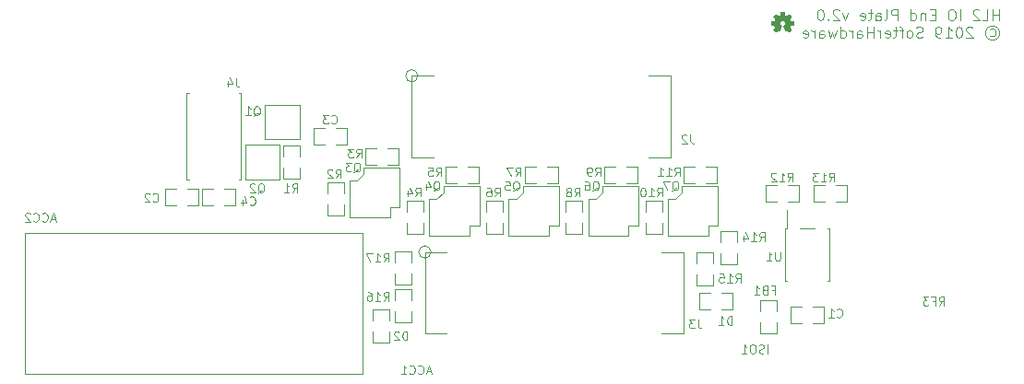
<source format=gbo>
G04 #@! TF.GenerationSoftware,KiCad,Pcbnew,5.0.2-bee76a0~70~ubuntu16.04.1*
G04 #@! TF.CreationDate,2019-12-01T15:03:48-08:00*
G04 #@! TF.ProjectId,endcap,656e6463-6170-42e6-9b69-6361645f7063,2.0*
G04 #@! TF.SameCoordinates,PX2faf080PY2faf080*
G04 #@! TF.FileFunction,Legend,Bot*
G04 #@! TF.FilePolarity,Positive*
%FSLAX46Y46*%
G04 Gerber Fmt 4.6, Leading zero omitted, Abs format (unit mm)*
G04 Created by KiCad (PCBNEW 5.0.2-bee76a0~70~ubuntu16.04.1) date Sun 01 Dec 2019 03:03:48 PM PST*
%MOMM*%
%LPD*%
G01*
G04 APERTURE LIST*
%ADD10C,0.120000*%
%ADD11C,0.100000*%
%ADD12C,0.002540*%
G04 APERTURE END LIST*
D10*
X96983904Y-4942380D02*
X96983904Y-3942380D01*
X96983904Y-4418571D02*
X96412476Y-4418571D01*
X96412476Y-4942380D02*
X96412476Y-3942380D01*
X95460095Y-4942380D02*
X95936285Y-4942380D01*
X95936285Y-3942380D01*
X95174380Y-4037619D02*
X95126761Y-3990000D01*
X95031523Y-3942380D01*
X94793428Y-3942380D01*
X94698190Y-3990000D01*
X94650571Y-4037619D01*
X94602952Y-4132857D01*
X94602952Y-4228095D01*
X94650571Y-4370952D01*
X95222000Y-4942380D01*
X94602952Y-4942380D01*
X93412476Y-4942380D02*
X93412476Y-3942380D01*
X92745809Y-3942380D02*
X92555333Y-3942380D01*
X92460095Y-3990000D01*
X92364857Y-4085238D01*
X92317238Y-4275714D01*
X92317238Y-4609047D01*
X92364857Y-4799523D01*
X92460095Y-4894761D01*
X92555333Y-4942380D01*
X92745809Y-4942380D01*
X92841047Y-4894761D01*
X92936285Y-4799523D01*
X92983904Y-4609047D01*
X92983904Y-4275714D01*
X92936285Y-4085238D01*
X92841047Y-3990000D01*
X92745809Y-3942380D01*
X91126761Y-4418571D02*
X90793428Y-4418571D01*
X90650571Y-4942380D02*
X91126761Y-4942380D01*
X91126761Y-3942380D01*
X90650571Y-3942380D01*
X90222000Y-4275714D02*
X90222000Y-4942380D01*
X90222000Y-4370952D02*
X90174380Y-4323333D01*
X90079142Y-4275714D01*
X89936285Y-4275714D01*
X89841047Y-4323333D01*
X89793428Y-4418571D01*
X89793428Y-4942380D01*
X88888666Y-4942380D02*
X88888666Y-3942380D01*
X88888666Y-4894761D02*
X88983904Y-4942380D01*
X89174380Y-4942380D01*
X89269619Y-4894761D01*
X89317238Y-4847142D01*
X89364857Y-4751904D01*
X89364857Y-4466190D01*
X89317238Y-4370952D01*
X89269619Y-4323333D01*
X89174380Y-4275714D01*
X88983904Y-4275714D01*
X88888666Y-4323333D01*
X87650571Y-4942380D02*
X87650571Y-3942380D01*
X87269619Y-3942380D01*
X87174380Y-3990000D01*
X87126761Y-4037619D01*
X87079142Y-4132857D01*
X87079142Y-4275714D01*
X87126761Y-4370952D01*
X87174380Y-4418571D01*
X87269619Y-4466190D01*
X87650571Y-4466190D01*
X86507714Y-4942380D02*
X86602952Y-4894761D01*
X86650571Y-4799523D01*
X86650571Y-3942380D01*
X85698190Y-4942380D02*
X85698190Y-4418571D01*
X85745809Y-4323333D01*
X85841047Y-4275714D01*
X86031523Y-4275714D01*
X86126761Y-4323333D01*
X85698190Y-4894761D02*
X85793428Y-4942380D01*
X86031523Y-4942380D01*
X86126761Y-4894761D01*
X86174380Y-4799523D01*
X86174380Y-4704285D01*
X86126761Y-4609047D01*
X86031523Y-4561428D01*
X85793428Y-4561428D01*
X85698190Y-4513809D01*
X85364857Y-4275714D02*
X84983904Y-4275714D01*
X85222000Y-3942380D02*
X85222000Y-4799523D01*
X85174380Y-4894761D01*
X85079142Y-4942380D01*
X84983904Y-4942380D01*
X84269619Y-4894761D02*
X84364857Y-4942380D01*
X84555333Y-4942380D01*
X84650571Y-4894761D01*
X84698190Y-4799523D01*
X84698190Y-4418571D01*
X84650571Y-4323333D01*
X84555333Y-4275714D01*
X84364857Y-4275714D01*
X84269619Y-4323333D01*
X84222000Y-4418571D01*
X84222000Y-4513809D01*
X84698190Y-4609047D01*
X83126761Y-4275714D02*
X82888666Y-4942380D01*
X82650571Y-4275714D01*
X82317238Y-4037619D02*
X82269619Y-3990000D01*
X82174380Y-3942380D01*
X81936285Y-3942380D01*
X81841047Y-3990000D01*
X81793428Y-4037619D01*
X81745809Y-4132857D01*
X81745809Y-4228095D01*
X81793428Y-4370952D01*
X82364857Y-4942380D01*
X81745809Y-4942380D01*
X81317238Y-4847142D02*
X81269619Y-4894761D01*
X81317238Y-4942380D01*
X81364857Y-4894761D01*
X81317238Y-4847142D01*
X81317238Y-4942380D01*
X80650571Y-3942380D02*
X80555333Y-3942380D01*
X80460095Y-3990000D01*
X80412476Y-4037619D01*
X80364857Y-4132857D01*
X80317238Y-4323333D01*
X80317238Y-4561428D01*
X80364857Y-4751904D01*
X80412476Y-4847142D01*
X80460095Y-4894761D01*
X80555333Y-4942380D01*
X80650571Y-4942380D01*
X80745809Y-4894761D01*
X80793428Y-4847142D01*
X80841047Y-4751904D01*
X80888666Y-4561428D01*
X80888666Y-4323333D01*
X80841047Y-4132857D01*
X80793428Y-4037619D01*
X80745809Y-3990000D01*
X80650571Y-3942380D01*
X96174380Y-5800476D02*
X96269619Y-5752857D01*
X96460095Y-5752857D01*
X96555333Y-5800476D01*
X96650571Y-5895714D01*
X96698190Y-5990952D01*
X96698190Y-6181428D01*
X96650571Y-6276666D01*
X96555333Y-6371904D01*
X96460095Y-6419523D01*
X96269619Y-6419523D01*
X96174380Y-6371904D01*
X96364857Y-5419523D02*
X96602952Y-5467142D01*
X96841047Y-5610000D01*
X96983904Y-5848095D01*
X97031523Y-6086190D01*
X96983904Y-6324285D01*
X96841047Y-6562380D01*
X96602952Y-6705238D01*
X96364857Y-6752857D01*
X96126761Y-6705238D01*
X95888666Y-6562380D01*
X95745809Y-6324285D01*
X95698190Y-6086190D01*
X95745809Y-5848095D01*
X95888666Y-5610000D01*
X96126761Y-5467142D01*
X96364857Y-5419523D01*
X94555333Y-5657619D02*
X94507714Y-5610000D01*
X94412476Y-5562380D01*
X94174380Y-5562380D01*
X94079142Y-5610000D01*
X94031523Y-5657619D01*
X93983904Y-5752857D01*
X93983904Y-5848095D01*
X94031523Y-5990952D01*
X94602952Y-6562380D01*
X93983904Y-6562380D01*
X93364857Y-5562380D02*
X93269619Y-5562380D01*
X93174380Y-5610000D01*
X93126761Y-5657619D01*
X93079142Y-5752857D01*
X93031523Y-5943333D01*
X93031523Y-6181428D01*
X93079142Y-6371904D01*
X93126761Y-6467142D01*
X93174380Y-6514761D01*
X93269619Y-6562380D01*
X93364857Y-6562380D01*
X93460095Y-6514761D01*
X93507714Y-6467142D01*
X93555333Y-6371904D01*
X93602952Y-6181428D01*
X93602952Y-5943333D01*
X93555333Y-5752857D01*
X93507714Y-5657619D01*
X93460095Y-5610000D01*
X93364857Y-5562380D01*
X92079142Y-6562380D02*
X92650571Y-6562380D01*
X92364857Y-6562380D02*
X92364857Y-5562380D01*
X92460095Y-5705238D01*
X92555333Y-5800476D01*
X92650571Y-5848095D01*
X91602952Y-6562380D02*
X91412476Y-6562380D01*
X91317238Y-6514761D01*
X91269619Y-6467142D01*
X91174380Y-6324285D01*
X91126761Y-6133809D01*
X91126761Y-5752857D01*
X91174380Y-5657619D01*
X91222000Y-5610000D01*
X91317238Y-5562380D01*
X91507714Y-5562380D01*
X91602952Y-5610000D01*
X91650571Y-5657619D01*
X91698190Y-5752857D01*
X91698190Y-5990952D01*
X91650571Y-6086190D01*
X91602952Y-6133809D01*
X91507714Y-6181428D01*
X91317238Y-6181428D01*
X91222000Y-6133809D01*
X91174380Y-6086190D01*
X91126761Y-5990952D01*
X89983904Y-6514761D02*
X89841047Y-6562380D01*
X89602952Y-6562380D01*
X89507714Y-6514761D01*
X89460095Y-6467142D01*
X89412476Y-6371904D01*
X89412476Y-6276666D01*
X89460095Y-6181428D01*
X89507714Y-6133809D01*
X89602952Y-6086190D01*
X89793428Y-6038571D01*
X89888666Y-5990952D01*
X89936285Y-5943333D01*
X89983904Y-5848095D01*
X89983904Y-5752857D01*
X89936285Y-5657619D01*
X89888666Y-5610000D01*
X89793428Y-5562380D01*
X89555333Y-5562380D01*
X89412476Y-5610000D01*
X88841047Y-6562380D02*
X88936285Y-6514761D01*
X88983904Y-6467142D01*
X89031523Y-6371904D01*
X89031523Y-6086190D01*
X88983904Y-5990952D01*
X88936285Y-5943333D01*
X88841047Y-5895714D01*
X88698190Y-5895714D01*
X88602952Y-5943333D01*
X88555333Y-5990952D01*
X88507714Y-6086190D01*
X88507714Y-6371904D01*
X88555333Y-6467142D01*
X88602952Y-6514761D01*
X88698190Y-6562380D01*
X88841047Y-6562380D01*
X88222000Y-5895714D02*
X87841047Y-5895714D01*
X88079142Y-6562380D02*
X88079142Y-5705238D01*
X88031523Y-5610000D01*
X87936285Y-5562380D01*
X87841047Y-5562380D01*
X87650571Y-5895714D02*
X87269619Y-5895714D01*
X87507714Y-5562380D02*
X87507714Y-6419523D01*
X87460095Y-6514761D01*
X87364857Y-6562380D01*
X87269619Y-6562380D01*
X86555333Y-6514761D02*
X86650571Y-6562380D01*
X86841047Y-6562380D01*
X86936285Y-6514761D01*
X86983904Y-6419523D01*
X86983904Y-6038571D01*
X86936285Y-5943333D01*
X86841047Y-5895714D01*
X86650571Y-5895714D01*
X86555333Y-5943333D01*
X86507714Y-6038571D01*
X86507714Y-6133809D01*
X86983904Y-6229047D01*
X86079142Y-6562380D02*
X86079142Y-5895714D01*
X86079142Y-6086190D02*
X86031523Y-5990952D01*
X85983904Y-5943333D01*
X85888666Y-5895714D01*
X85793428Y-5895714D01*
X85460095Y-6562380D02*
X85460095Y-5562380D01*
X85460095Y-6038571D02*
X84888666Y-6038571D01*
X84888666Y-6562380D02*
X84888666Y-5562380D01*
X83983904Y-6562380D02*
X83983904Y-6038571D01*
X84031523Y-5943333D01*
X84126761Y-5895714D01*
X84317238Y-5895714D01*
X84412476Y-5943333D01*
X83983904Y-6514761D02*
X84079142Y-6562380D01*
X84317238Y-6562380D01*
X84412476Y-6514761D01*
X84460095Y-6419523D01*
X84460095Y-6324285D01*
X84412476Y-6229047D01*
X84317238Y-6181428D01*
X84079142Y-6181428D01*
X83983904Y-6133809D01*
X83507714Y-6562380D02*
X83507714Y-5895714D01*
X83507714Y-6086190D02*
X83460095Y-5990952D01*
X83412476Y-5943333D01*
X83317238Y-5895714D01*
X83222000Y-5895714D01*
X82460095Y-6562380D02*
X82460095Y-5562380D01*
X82460095Y-6514761D02*
X82555333Y-6562380D01*
X82745809Y-6562380D01*
X82841047Y-6514761D01*
X82888666Y-6467142D01*
X82936285Y-6371904D01*
X82936285Y-6086190D01*
X82888666Y-5990952D01*
X82841047Y-5943333D01*
X82745809Y-5895714D01*
X82555333Y-5895714D01*
X82460095Y-5943333D01*
X82079142Y-5895714D02*
X81888666Y-6562380D01*
X81698190Y-6086190D01*
X81507714Y-6562380D01*
X81317238Y-5895714D01*
X80507714Y-6562380D02*
X80507714Y-6038571D01*
X80555333Y-5943333D01*
X80650571Y-5895714D01*
X80841047Y-5895714D01*
X80936285Y-5943333D01*
X80507714Y-6514761D02*
X80602952Y-6562380D01*
X80841047Y-6562380D01*
X80936285Y-6514761D01*
X80983904Y-6419523D01*
X80983904Y-6324285D01*
X80936285Y-6229047D01*
X80841047Y-6181428D01*
X80602952Y-6181428D01*
X80507714Y-6133809D01*
X80031523Y-6562380D02*
X80031523Y-5895714D01*
X80031523Y-6086190D02*
X79983904Y-5990952D01*
X79936285Y-5943333D01*
X79841047Y-5895714D01*
X79745809Y-5895714D01*
X79031523Y-6514761D02*
X79126761Y-6562380D01*
X79317238Y-6562380D01*
X79412476Y-6514761D01*
X79460095Y-6419523D01*
X79460095Y-6038571D01*
X79412476Y-5943333D01*
X79317238Y-5895714D01*
X79126761Y-5895714D01*
X79031523Y-5943333D01*
X78983904Y-6038571D01*
X78983904Y-6133809D01*
X79460095Y-6229047D01*
D11*
G04 #@! TO.C,R16*
X43062000Y-30692000D02*
X43062000Y-29676000D01*
X43062000Y-29676000D02*
X41538000Y-29676000D01*
X41538000Y-29676000D02*
X41538000Y-30692000D01*
X41538000Y-31708000D02*
X41538000Y-32724000D01*
X41538000Y-32724000D02*
X43062000Y-32724000D01*
X43062000Y-32724000D02*
X43062000Y-31708000D01*
G04 #@! TO.C,D2*
X41062000Y-32592000D02*
X41062000Y-31576000D01*
X41062000Y-31576000D02*
X39538000Y-31576000D01*
X39538000Y-31576000D02*
X39538000Y-32592000D01*
X39538000Y-33608000D02*
X39538000Y-34624000D01*
X39538000Y-34624000D02*
X41062000Y-34624000D01*
X41062000Y-34624000D02*
X41062000Y-33608000D01*
G04 #@! TO.C,R17*
X41538000Y-26176000D02*
X41538000Y-27192000D01*
X43062000Y-26176000D02*
X41538000Y-26176000D01*
X43062000Y-27192000D02*
X43062000Y-26176000D01*
X43062000Y-29224000D02*
X43062000Y-28208000D01*
X41538000Y-29224000D02*
X43062000Y-29224000D01*
X41538000Y-28208000D02*
X41538000Y-29224000D01*
G04 #@! TO.C,ACC2*
X7600000Y-37500000D02*
X38600000Y-37500000D01*
X38600000Y-37500000D02*
X38600000Y-24500000D01*
X38600000Y-24500000D02*
X7600000Y-24500000D01*
X7600000Y-24500000D02*
X7600000Y-37500000D01*
G04 #@! TO.C,J2*
X43659017Y-10050000D02*
G75*
G03X43659017Y-10050000I-559017J0D01*
G01*
X66850000Y-17550000D02*
X64850000Y-17550000D01*
X66850000Y-10050000D02*
X66850000Y-17550000D01*
X64850000Y-10050000D02*
X66850000Y-10050000D01*
X43100000Y-17550000D02*
X45100000Y-17550000D01*
X43100000Y-10050000D02*
X43100000Y-17550000D01*
X45100000Y-10050000D02*
X43100000Y-10050000D01*
G04 #@! TO.C,J3*
X44859017Y-26250000D02*
G75*
G03X44859017Y-26250000I-559017J0D01*
G01*
X68050000Y-33750000D02*
X66050000Y-33750000D01*
X68050000Y-26250000D02*
X68050000Y-33750000D01*
X66050000Y-26250000D02*
X68050000Y-26250000D01*
X44300000Y-33750000D02*
X46300000Y-33750000D01*
X44300000Y-26250000D02*
X44300000Y-33750000D01*
X46300000Y-26250000D02*
X44300000Y-26250000D01*
G04 #@! TO.C,R1*
X31338000Y-16476000D02*
X31338000Y-17492000D01*
X32862000Y-16476000D02*
X31338000Y-16476000D01*
X32862000Y-17492000D02*
X32862000Y-16476000D01*
X32862000Y-19524000D02*
X32862000Y-18508000D01*
X31338000Y-19524000D02*
X32862000Y-19524000D01*
X31338000Y-18508000D02*
X31338000Y-19524000D01*
G04 #@! TO.C,Q1*
X32800000Y-12700000D02*
X32800000Y-15900000D01*
X29600000Y-12700000D02*
X32800000Y-12700000D01*
X29600000Y-15900000D02*
X29600000Y-12700000D01*
X32800000Y-15900000D02*
X29600000Y-15900000D01*
G04 #@! TO.C,Q2*
X31000000Y-19600000D02*
X27800000Y-19600000D01*
X31000000Y-16400000D02*
X31000000Y-19600000D01*
X27800000Y-16400000D02*
X31000000Y-16400000D01*
X27800000Y-19600000D02*
X27800000Y-16400000D01*
G04 #@! TO.C,Q3*
X38100000Y-19700000D02*
X37400000Y-19700000D01*
X38700000Y-19100000D02*
X38100000Y-19700000D01*
X38700000Y-18500000D02*
X38700000Y-19100000D01*
X42000000Y-18500000D02*
X38700000Y-18500000D01*
X42000000Y-22100000D02*
X42000000Y-18500000D01*
X41100000Y-22100000D02*
X42000000Y-22100000D01*
X41100000Y-23100000D02*
X41100000Y-22100000D01*
X37400000Y-23100000D02*
X41100000Y-23100000D01*
X37400000Y-19700000D02*
X37400000Y-23100000D01*
G04 #@! TO.C,Q4*
X44700000Y-21400000D02*
X44700000Y-24800000D01*
X44700000Y-24800000D02*
X48400000Y-24800000D01*
X48400000Y-24800000D02*
X48400000Y-23800000D01*
X48400000Y-23800000D02*
X49300000Y-23800000D01*
X49300000Y-23800000D02*
X49300000Y-20200000D01*
X49300000Y-20200000D02*
X46000000Y-20200000D01*
X46000000Y-20200000D02*
X46000000Y-20800000D01*
X46000000Y-20800000D02*
X45400000Y-21400000D01*
X45400000Y-21400000D02*
X44700000Y-21400000D01*
G04 #@! TO.C,Q5*
X52000000Y-21400000D02*
X52000000Y-24800000D01*
X52000000Y-24800000D02*
X55700000Y-24800000D01*
X55700000Y-24800000D02*
X55700000Y-23800000D01*
X55700000Y-23800000D02*
X56600000Y-23800000D01*
X56600000Y-23800000D02*
X56600000Y-20200000D01*
X56600000Y-20200000D02*
X53300000Y-20200000D01*
X53300000Y-20200000D02*
X53300000Y-20800000D01*
X53300000Y-20800000D02*
X52700000Y-21400000D01*
X52700000Y-21400000D02*
X52000000Y-21400000D01*
G04 #@! TO.C,Q6*
X60000000Y-21400000D02*
X59300000Y-21400000D01*
X60600000Y-20800000D02*
X60000000Y-21400000D01*
X60600000Y-20200000D02*
X60600000Y-20800000D01*
X63900000Y-20200000D02*
X60600000Y-20200000D01*
X63900000Y-23800000D02*
X63900000Y-20200000D01*
X63000000Y-23800000D02*
X63900000Y-23800000D01*
X63000000Y-24800000D02*
X63000000Y-23800000D01*
X59300000Y-24800000D02*
X63000000Y-24800000D01*
X59300000Y-21400000D02*
X59300000Y-24800000D01*
G04 #@! TO.C,Q7*
X66600000Y-21400000D02*
X66600000Y-24800000D01*
X66600000Y-24800000D02*
X70300000Y-24800000D01*
X70300000Y-24800000D02*
X70300000Y-23800000D01*
X70300000Y-23800000D02*
X71200000Y-23800000D01*
X71200000Y-23800000D02*
X71200000Y-20200000D01*
X71200000Y-20200000D02*
X67900000Y-20200000D01*
X67900000Y-20200000D02*
X67900000Y-20800000D01*
X67900000Y-20800000D02*
X67300000Y-21400000D01*
X67300000Y-21400000D02*
X66600000Y-21400000D01*
G04 #@! TO.C,R2*
X35338000Y-21908000D02*
X35338000Y-22924000D01*
X35338000Y-22924000D02*
X36862000Y-22924000D01*
X36862000Y-22924000D02*
X36862000Y-21908000D01*
X36862000Y-20892000D02*
X36862000Y-19876000D01*
X36862000Y-19876000D02*
X35338000Y-19876000D01*
X35338000Y-19876000D02*
X35338000Y-20892000D01*
G04 #@! TO.C,R3*
X41924000Y-16738000D02*
X40908000Y-16738000D01*
X41924000Y-18262000D02*
X41924000Y-16738000D01*
X40908000Y-18262000D02*
X41924000Y-18262000D01*
X38876000Y-18262000D02*
X39892000Y-18262000D01*
X38876000Y-16738000D02*
X38876000Y-18262000D01*
X39892000Y-16738000D02*
X38876000Y-16738000D01*
G04 #@! TO.C,R4*
X42638000Y-23608000D02*
X42638000Y-24624000D01*
X42638000Y-24624000D02*
X44162000Y-24624000D01*
X44162000Y-24624000D02*
X44162000Y-23608000D01*
X44162000Y-22592000D02*
X44162000Y-21576000D01*
X44162000Y-21576000D02*
X42638000Y-21576000D01*
X42638000Y-21576000D02*
X42638000Y-22592000D01*
G04 #@! TO.C,R5*
X49224000Y-18438000D02*
X48208000Y-18438000D01*
X49224000Y-19962000D02*
X49224000Y-18438000D01*
X48208000Y-19962000D02*
X49224000Y-19962000D01*
X46176000Y-19962000D02*
X47192000Y-19962000D01*
X46176000Y-18438000D02*
X46176000Y-19962000D01*
X47192000Y-18438000D02*
X46176000Y-18438000D01*
G04 #@! TO.C,R6*
X49938000Y-23608000D02*
X49938000Y-24624000D01*
X49938000Y-24624000D02*
X51462000Y-24624000D01*
X51462000Y-24624000D02*
X51462000Y-23608000D01*
X51462000Y-22592000D02*
X51462000Y-21576000D01*
X51462000Y-21576000D02*
X49938000Y-21576000D01*
X49938000Y-21576000D02*
X49938000Y-22592000D01*
G04 #@! TO.C,R7*
X56524000Y-18438000D02*
X55508000Y-18438000D01*
X56524000Y-19962000D02*
X56524000Y-18438000D01*
X55508000Y-19962000D02*
X56524000Y-19962000D01*
X53476000Y-19962000D02*
X54492000Y-19962000D01*
X53476000Y-18438000D02*
X53476000Y-19962000D01*
X54492000Y-18438000D02*
X53476000Y-18438000D01*
G04 #@! TO.C,R8*
X57238000Y-23608000D02*
X57238000Y-24624000D01*
X57238000Y-24624000D02*
X58762000Y-24624000D01*
X58762000Y-24624000D02*
X58762000Y-23608000D01*
X58762000Y-22592000D02*
X58762000Y-21576000D01*
X58762000Y-21576000D02*
X57238000Y-21576000D01*
X57238000Y-21576000D02*
X57238000Y-22592000D01*
G04 #@! TO.C,R9*
X63824000Y-18438000D02*
X62808000Y-18438000D01*
X63824000Y-19962000D02*
X63824000Y-18438000D01*
X62808000Y-19962000D02*
X63824000Y-19962000D01*
X60776000Y-19962000D02*
X61792000Y-19962000D01*
X60776000Y-18438000D02*
X60776000Y-19962000D01*
X61792000Y-18438000D02*
X60776000Y-18438000D01*
G04 #@! TO.C,R10*
X64538000Y-23608000D02*
X64538000Y-24624000D01*
X64538000Y-24624000D02*
X66062000Y-24624000D01*
X66062000Y-24624000D02*
X66062000Y-23608000D01*
X66062000Y-22592000D02*
X66062000Y-21576000D01*
X66062000Y-21576000D02*
X64538000Y-21576000D01*
X64538000Y-21576000D02*
X64538000Y-22592000D01*
G04 #@! TO.C,R11*
X71124000Y-18438000D02*
X70108000Y-18438000D01*
X71124000Y-19962000D02*
X71124000Y-18438000D01*
X70108000Y-19962000D02*
X71124000Y-19962000D01*
X68076000Y-19962000D02*
X69092000Y-19962000D01*
X68076000Y-18438000D02*
X68076000Y-19962000D01*
X69092000Y-18438000D02*
X68076000Y-18438000D01*
G04 #@! TO.C,J4*
X27200000Y-19600000D02*
X27450000Y-19600000D01*
X27450000Y-19600000D02*
X27450000Y-11600000D01*
X27450000Y-11600000D02*
X27200000Y-11600000D01*
X22700000Y-19600000D02*
X22450000Y-19600000D01*
X22450000Y-19600000D02*
X22450000Y-11600000D01*
X22450000Y-11600000D02*
X22700000Y-11600000D01*
G04 #@! TO.C,C1*
X78892000Y-31238000D02*
X77876000Y-31238000D01*
X77876000Y-31238000D02*
X77876000Y-32762000D01*
X77876000Y-32762000D02*
X78892000Y-32762000D01*
X79908000Y-32762000D02*
X80924000Y-32762000D01*
X80924000Y-32762000D02*
X80924000Y-31238000D01*
X80924000Y-31238000D02*
X79908000Y-31238000D01*
G04 #@! TO.C,C2*
X20476000Y-21962000D02*
X21492000Y-21962000D01*
X20476000Y-20438000D02*
X20476000Y-21962000D01*
X21492000Y-20438000D02*
X20476000Y-20438000D01*
X23524000Y-20438000D02*
X22508000Y-20438000D01*
X23524000Y-21962000D02*
X23524000Y-20438000D01*
X22508000Y-21962000D02*
X23524000Y-21962000D01*
G04 #@! TO.C,C3*
X36108000Y-16362000D02*
X37124000Y-16362000D01*
X37124000Y-16362000D02*
X37124000Y-14838000D01*
X37124000Y-14838000D02*
X36108000Y-14838000D01*
X35092000Y-14838000D02*
X34076000Y-14838000D01*
X34076000Y-14838000D02*
X34076000Y-16362000D01*
X34076000Y-16362000D02*
X35092000Y-16362000D01*
G04 #@! TO.C,R12*
X77608000Y-21662000D02*
X78624000Y-21662000D01*
X78624000Y-21662000D02*
X78624000Y-20138000D01*
X78624000Y-20138000D02*
X77608000Y-20138000D01*
X76592000Y-20138000D02*
X75576000Y-20138000D01*
X75576000Y-20138000D02*
X75576000Y-21662000D01*
X75576000Y-21662000D02*
X76592000Y-21662000D01*
G04 #@! TO.C,R13*
X83024000Y-20138000D02*
X82008000Y-20138000D01*
X83024000Y-21662000D02*
X83024000Y-20138000D01*
X82008000Y-21662000D02*
X83024000Y-21662000D01*
X79976000Y-21662000D02*
X80992000Y-21662000D01*
X79976000Y-20138000D02*
X79976000Y-21662000D01*
X80992000Y-20138000D02*
X79976000Y-20138000D01*
D10*
G04 #@! TO.C,U1*
X77550000Y-24100000D02*
X77550000Y-22400000D01*
X80050000Y-24100000D02*
X78750000Y-24100000D01*
X81250000Y-28900000D02*
X81400000Y-28900000D01*
X81400000Y-28900000D02*
X81400000Y-24100000D01*
X81400000Y-24100000D02*
X81250000Y-24100000D01*
X77550000Y-24100000D02*
X77400000Y-24100000D01*
X77400000Y-24100000D02*
X77400000Y-28900000D01*
X77400000Y-28900000D02*
X77550000Y-28900000D01*
D11*
G04 #@! TO.C,FB1*
X75038000Y-32708000D02*
X75038000Y-33724000D01*
X75038000Y-33724000D02*
X76562000Y-33724000D01*
X76562000Y-33724000D02*
X76562000Y-32708000D01*
X76562000Y-31692000D02*
X76562000Y-30676000D01*
X76562000Y-30676000D02*
X75038000Y-30676000D01*
X75038000Y-30676000D02*
X75038000Y-31692000D01*
G04 #@! TO.C,C4*
X24892000Y-20438000D02*
X23876000Y-20438000D01*
X23876000Y-20438000D02*
X23876000Y-21962000D01*
X23876000Y-21962000D02*
X24892000Y-21962000D01*
X25908000Y-21962000D02*
X26924000Y-21962000D01*
X26924000Y-21962000D02*
X26924000Y-20438000D01*
X26924000Y-20438000D02*
X25908000Y-20438000D01*
G04 #@! TO.C,D1*
X70492000Y-30038000D02*
X69476000Y-30038000D01*
X69476000Y-30038000D02*
X69476000Y-31562000D01*
X69476000Y-31562000D02*
X70492000Y-31562000D01*
X71508000Y-31562000D02*
X72524000Y-31562000D01*
X72524000Y-31562000D02*
X72524000Y-30038000D01*
X72524000Y-30038000D02*
X71508000Y-30038000D01*
G04 #@! TO.C,R14*
X72962000Y-25392000D02*
X72962000Y-24376000D01*
X72962000Y-24376000D02*
X71438000Y-24376000D01*
X71438000Y-24376000D02*
X71438000Y-25392000D01*
X71438000Y-26408000D02*
X71438000Y-27424000D01*
X71438000Y-27424000D02*
X72962000Y-27424000D01*
X72962000Y-27424000D02*
X72962000Y-26408000D01*
G04 #@! TO.C,R15*
X69238000Y-26276000D02*
X69238000Y-27292000D01*
X70762000Y-26276000D02*
X69238000Y-26276000D01*
X70762000Y-27292000D02*
X70762000Y-26276000D01*
X70762000Y-29324000D02*
X70762000Y-28308000D01*
X69238000Y-29324000D02*
X70762000Y-29324000D01*
X69238000Y-28308000D02*
X69238000Y-29324000D01*
D12*
G04 #@! TO.C,G\002A\002A\002A*
G36*
X76495480Y-5996620D02*
X76505640Y-5991540D01*
X76528500Y-5976300D01*
X76561520Y-5955980D01*
X76602160Y-5928040D01*
X76640260Y-5902640D01*
X76673280Y-5879780D01*
X76696140Y-5864540D01*
X76706300Y-5859460D01*
X76711380Y-5862000D01*
X76729160Y-5872160D01*
X76757100Y-5884860D01*
X76772340Y-5892480D01*
X76797740Y-5905180D01*
X76810440Y-5907720D01*
X76812980Y-5902640D01*
X76823140Y-5884860D01*
X76835840Y-5851840D01*
X76856160Y-5808660D01*
X76876480Y-5757860D01*
X76899340Y-5701980D01*
X76922200Y-5646100D01*
X76945060Y-5592760D01*
X76965380Y-5544500D01*
X76980620Y-5506400D01*
X76990780Y-5478460D01*
X76995860Y-5468300D01*
X76993320Y-5465760D01*
X76980620Y-5453060D01*
X76960300Y-5437820D01*
X76912040Y-5397180D01*
X76866320Y-5338760D01*
X76835840Y-5272720D01*
X76828220Y-5199060D01*
X76835840Y-5133020D01*
X76861240Y-5069520D01*
X76906960Y-5008560D01*
X76962840Y-4965380D01*
X77028880Y-4937440D01*
X77100000Y-4929820D01*
X77168580Y-4937440D01*
X77234620Y-4962840D01*
X77295580Y-5008560D01*
X77318440Y-5036500D01*
X77354000Y-5097460D01*
X77374320Y-5158420D01*
X77374320Y-5173660D01*
X77371780Y-5244780D01*
X77351460Y-5313360D01*
X77315900Y-5371780D01*
X77262560Y-5422580D01*
X77257480Y-5427660D01*
X77232080Y-5445440D01*
X77216840Y-5455600D01*
X77204140Y-5465760D01*
X77293040Y-5681660D01*
X77308280Y-5717220D01*
X77333680Y-5775640D01*
X77354000Y-5826440D01*
X77371780Y-5867080D01*
X77384480Y-5892480D01*
X77389560Y-5905180D01*
X77397180Y-5905180D01*
X77412420Y-5900100D01*
X77442900Y-5884860D01*
X77463220Y-5874700D01*
X77486080Y-5864540D01*
X77496240Y-5859460D01*
X77506400Y-5864540D01*
X77526720Y-5879780D01*
X77559740Y-5900100D01*
X77597840Y-5925500D01*
X77633400Y-5950900D01*
X77668960Y-5973760D01*
X77691820Y-5989000D01*
X77704520Y-5996620D01*
X77707060Y-5996620D01*
X77717220Y-5989000D01*
X77737540Y-5973760D01*
X77765480Y-5945820D01*
X77806120Y-5905180D01*
X77813740Y-5900100D01*
X77846760Y-5864540D01*
X77874700Y-5834060D01*
X77895020Y-5813740D01*
X77900100Y-5806120D01*
X77895020Y-5793420D01*
X77879780Y-5768020D01*
X77856920Y-5735000D01*
X77828980Y-5694360D01*
X77757860Y-5590220D01*
X77798500Y-5493700D01*
X77808660Y-5463220D01*
X77823900Y-5427660D01*
X77836600Y-5402260D01*
X77841680Y-5389560D01*
X77851840Y-5387020D01*
X77879780Y-5379400D01*
X77917880Y-5371780D01*
X77963600Y-5364160D01*
X78009320Y-5354000D01*
X78047420Y-5346380D01*
X78077900Y-5341300D01*
X78090600Y-5338760D01*
X78093140Y-5336220D01*
X78095680Y-5331140D01*
X78098220Y-5318440D01*
X78098220Y-5293040D01*
X78098220Y-5254940D01*
X78098220Y-5199060D01*
X78098220Y-5193980D01*
X78098220Y-5140640D01*
X78098220Y-5100000D01*
X78095680Y-5074600D01*
X78093140Y-5064440D01*
X78080440Y-5059360D01*
X78052500Y-5054280D01*
X78014400Y-5046660D01*
X77966140Y-5036500D01*
X77963600Y-5036500D01*
X77915340Y-5028880D01*
X77877240Y-5018720D01*
X77849300Y-5013640D01*
X77836600Y-5008560D01*
X77834060Y-5006020D01*
X77823900Y-4988240D01*
X77811200Y-4957760D01*
X77795960Y-4922200D01*
X77780720Y-4886640D01*
X77765480Y-4851080D01*
X77757860Y-4828220D01*
X77755320Y-4815520D01*
X77762940Y-4805360D01*
X77778180Y-4779960D01*
X77801040Y-4746940D01*
X77828980Y-4706300D01*
X77831520Y-4701220D01*
X77859460Y-4663120D01*
X77879780Y-4627560D01*
X77895020Y-4604700D01*
X77900100Y-4594540D01*
X77900100Y-4592000D01*
X77892480Y-4581840D01*
X77872160Y-4558980D01*
X77841680Y-4528500D01*
X77806120Y-4492940D01*
X77795960Y-4482780D01*
X77757860Y-4444680D01*
X77729920Y-4419280D01*
X77712140Y-4406580D01*
X77704520Y-4401500D01*
X77704520Y-4404040D01*
X77691820Y-4409120D01*
X77666420Y-4426900D01*
X77633400Y-4449760D01*
X77592760Y-4477700D01*
X77590220Y-4480240D01*
X77549580Y-4505640D01*
X77516560Y-4528500D01*
X77493700Y-4543740D01*
X77483540Y-4551360D01*
X77481000Y-4551360D01*
X77465760Y-4546280D01*
X77435280Y-4536120D01*
X77402260Y-4523420D01*
X77364160Y-4508180D01*
X77331140Y-4492940D01*
X77305740Y-4482780D01*
X77293040Y-4475160D01*
X77287960Y-4459920D01*
X77282880Y-4429440D01*
X77272720Y-4388800D01*
X77265100Y-4340540D01*
X77262560Y-4332920D01*
X77254940Y-4284660D01*
X77247320Y-4246560D01*
X77239700Y-4218620D01*
X77237160Y-4205920D01*
X77232080Y-4205920D01*
X77206680Y-4203380D01*
X77171120Y-4203380D01*
X77127940Y-4203380D01*
X77084760Y-4203380D01*
X77041580Y-4203380D01*
X77003480Y-4205920D01*
X76978080Y-4205920D01*
X76965380Y-4208460D01*
X76965380Y-4211000D01*
X76960300Y-4223700D01*
X76955220Y-4254180D01*
X76945060Y-4294820D01*
X76937440Y-4345620D01*
X76934900Y-4353240D01*
X76927280Y-4401500D01*
X76917120Y-4439600D01*
X76912040Y-4467540D01*
X76909500Y-4477700D01*
X76904420Y-4480240D01*
X76886640Y-4487860D01*
X76853620Y-4500560D01*
X76812980Y-4518340D01*
X76721540Y-4553900D01*
X76609780Y-4477700D01*
X76599620Y-4470080D01*
X76558980Y-4442140D01*
X76525960Y-4421820D01*
X76503100Y-4406580D01*
X76492940Y-4401500D01*
X76482780Y-4411660D01*
X76459920Y-4431980D01*
X76429440Y-4462460D01*
X76393880Y-4495480D01*
X76368480Y-4523420D01*
X76338000Y-4553900D01*
X76317680Y-4574220D01*
X76307520Y-4589460D01*
X76302440Y-4597080D01*
X76304980Y-4602160D01*
X76310060Y-4614860D01*
X76327840Y-4637720D01*
X76350700Y-4673280D01*
X76378640Y-4711380D01*
X76401500Y-4746940D01*
X76424360Y-4782500D01*
X76439600Y-4810440D01*
X76447220Y-4823140D01*
X76444680Y-4828220D01*
X76437060Y-4851080D01*
X76424360Y-4884100D01*
X76406580Y-4924740D01*
X76368480Y-5013640D01*
X76310060Y-5023800D01*
X76274500Y-5031420D01*
X76223700Y-5039040D01*
X76177980Y-5049200D01*
X76104320Y-5064440D01*
X76101780Y-5331140D01*
X76111940Y-5336220D01*
X76124640Y-5341300D01*
X76150040Y-5346380D01*
X76190680Y-5354000D01*
X76236400Y-5361620D01*
X76274500Y-5369240D01*
X76315140Y-5376860D01*
X76343080Y-5381940D01*
X76355780Y-5384480D01*
X76358320Y-5389560D01*
X76368480Y-5409880D01*
X76383720Y-5440360D01*
X76398960Y-5475920D01*
X76414200Y-5514020D01*
X76426900Y-5549580D01*
X76437060Y-5574980D01*
X76442140Y-5590220D01*
X76437060Y-5600380D01*
X76421820Y-5623240D01*
X76398960Y-5656260D01*
X76373560Y-5694360D01*
X76345620Y-5735000D01*
X76322760Y-5768020D01*
X76307520Y-5793420D01*
X76299900Y-5803580D01*
X76304980Y-5811200D01*
X76320220Y-5828980D01*
X76348160Y-5859460D01*
X76393880Y-5905180D01*
X76401500Y-5910260D01*
X76434520Y-5945820D01*
X76465000Y-5971220D01*
X76485320Y-5991540D01*
X76495480Y-5996620D01*
X76495480Y-5996620D01*
G37*
X76495480Y-5996620D02*
X76505640Y-5991540D01*
X76528500Y-5976300D01*
X76561520Y-5955980D01*
X76602160Y-5928040D01*
X76640260Y-5902640D01*
X76673280Y-5879780D01*
X76696140Y-5864540D01*
X76706300Y-5859460D01*
X76711380Y-5862000D01*
X76729160Y-5872160D01*
X76757100Y-5884860D01*
X76772340Y-5892480D01*
X76797740Y-5905180D01*
X76810440Y-5907720D01*
X76812980Y-5902640D01*
X76823140Y-5884860D01*
X76835840Y-5851840D01*
X76856160Y-5808660D01*
X76876480Y-5757860D01*
X76899340Y-5701980D01*
X76922200Y-5646100D01*
X76945060Y-5592760D01*
X76965380Y-5544500D01*
X76980620Y-5506400D01*
X76990780Y-5478460D01*
X76995860Y-5468300D01*
X76993320Y-5465760D01*
X76980620Y-5453060D01*
X76960300Y-5437820D01*
X76912040Y-5397180D01*
X76866320Y-5338760D01*
X76835840Y-5272720D01*
X76828220Y-5199060D01*
X76835840Y-5133020D01*
X76861240Y-5069520D01*
X76906960Y-5008560D01*
X76962840Y-4965380D01*
X77028880Y-4937440D01*
X77100000Y-4929820D01*
X77168580Y-4937440D01*
X77234620Y-4962840D01*
X77295580Y-5008560D01*
X77318440Y-5036500D01*
X77354000Y-5097460D01*
X77374320Y-5158420D01*
X77374320Y-5173660D01*
X77371780Y-5244780D01*
X77351460Y-5313360D01*
X77315900Y-5371780D01*
X77262560Y-5422580D01*
X77257480Y-5427660D01*
X77232080Y-5445440D01*
X77216840Y-5455600D01*
X77204140Y-5465760D01*
X77293040Y-5681660D01*
X77308280Y-5717220D01*
X77333680Y-5775640D01*
X77354000Y-5826440D01*
X77371780Y-5867080D01*
X77384480Y-5892480D01*
X77389560Y-5905180D01*
X77397180Y-5905180D01*
X77412420Y-5900100D01*
X77442900Y-5884860D01*
X77463220Y-5874700D01*
X77486080Y-5864540D01*
X77496240Y-5859460D01*
X77506400Y-5864540D01*
X77526720Y-5879780D01*
X77559740Y-5900100D01*
X77597840Y-5925500D01*
X77633400Y-5950900D01*
X77668960Y-5973760D01*
X77691820Y-5989000D01*
X77704520Y-5996620D01*
X77707060Y-5996620D01*
X77717220Y-5989000D01*
X77737540Y-5973760D01*
X77765480Y-5945820D01*
X77806120Y-5905180D01*
X77813740Y-5900100D01*
X77846760Y-5864540D01*
X77874700Y-5834060D01*
X77895020Y-5813740D01*
X77900100Y-5806120D01*
X77895020Y-5793420D01*
X77879780Y-5768020D01*
X77856920Y-5735000D01*
X77828980Y-5694360D01*
X77757860Y-5590220D01*
X77798500Y-5493700D01*
X77808660Y-5463220D01*
X77823900Y-5427660D01*
X77836600Y-5402260D01*
X77841680Y-5389560D01*
X77851840Y-5387020D01*
X77879780Y-5379400D01*
X77917880Y-5371780D01*
X77963600Y-5364160D01*
X78009320Y-5354000D01*
X78047420Y-5346380D01*
X78077900Y-5341300D01*
X78090600Y-5338760D01*
X78093140Y-5336220D01*
X78095680Y-5331140D01*
X78098220Y-5318440D01*
X78098220Y-5293040D01*
X78098220Y-5254940D01*
X78098220Y-5199060D01*
X78098220Y-5193980D01*
X78098220Y-5140640D01*
X78098220Y-5100000D01*
X78095680Y-5074600D01*
X78093140Y-5064440D01*
X78080440Y-5059360D01*
X78052500Y-5054280D01*
X78014400Y-5046660D01*
X77966140Y-5036500D01*
X77963600Y-5036500D01*
X77915340Y-5028880D01*
X77877240Y-5018720D01*
X77849300Y-5013640D01*
X77836600Y-5008560D01*
X77834060Y-5006020D01*
X77823900Y-4988240D01*
X77811200Y-4957760D01*
X77795960Y-4922200D01*
X77780720Y-4886640D01*
X77765480Y-4851080D01*
X77757860Y-4828220D01*
X77755320Y-4815520D01*
X77762940Y-4805360D01*
X77778180Y-4779960D01*
X77801040Y-4746940D01*
X77828980Y-4706300D01*
X77831520Y-4701220D01*
X77859460Y-4663120D01*
X77879780Y-4627560D01*
X77895020Y-4604700D01*
X77900100Y-4594540D01*
X77900100Y-4592000D01*
X77892480Y-4581840D01*
X77872160Y-4558980D01*
X77841680Y-4528500D01*
X77806120Y-4492940D01*
X77795960Y-4482780D01*
X77757860Y-4444680D01*
X77729920Y-4419280D01*
X77712140Y-4406580D01*
X77704520Y-4401500D01*
X77704520Y-4404040D01*
X77691820Y-4409120D01*
X77666420Y-4426900D01*
X77633400Y-4449760D01*
X77592760Y-4477700D01*
X77590220Y-4480240D01*
X77549580Y-4505640D01*
X77516560Y-4528500D01*
X77493700Y-4543740D01*
X77483540Y-4551360D01*
X77481000Y-4551360D01*
X77465760Y-4546280D01*
X77435280Y-4536120D01*
X77402260Y-4523420D01*
X77364160Y-4508180D01*
X77331140Y-4492940D01*
X77305740Y-4482780D01*
X77293040Y-4475160D01*
X77287960Y-4459920D01*
X77282880Y-4429440D01*
X77272720Y-4388800D01*
X77265100Y-4340540D01*
X77262560Y-4332920D01*
X77254940Y-4284660D01*
X77247320Y-4246560D01*
X77239700Y-4218620D01*
X77237160Y-4205920D01*
X77232080Y-4205920D01*
X77206680Y-4203380D01*
X77171120Y-4203380D01*
X77127940Y-4203380D01*
X77084760Y-4203380D01*
X77041580Y-4203380D01*
X77003480Y-4205920D01*
X76978080Y-4205920D01*
X76965380Y-4208460D01*
X76965380Y-4211000D01*
X76960300Y-4223700D01*
X76955220Y-4254180D01*
X76945060Y-4294820D01*
X76937440Y-4345620D01*
X76934900Y-4353240D01*
X76927280Y-4401500D01*
X76917120Y-4439600D01*
X76912040Y-4467540D01*
X76909500Y-4477700D01*
X76904420Y-4480240D01*
X76886640Y-4487860D01*
X76853620Y-4500560D01*
X76812980Y-4518340D01*
X76721540Y-4553900D01*
X76609780Y-4477700D01*
X76599620Y-4470080D01*
X76558980Y-4442140D01*
X76525960Y-4421820D01*
X76503100Y-4406580D01*
X76492940Y-4401500D01*
X76482780Y-4411660D01*
X76459920Y-4431980D01*
X76429440Y-4462460D01*
X76393880Y-4495480D01*
X76368480Y-4523420D01*
X76338000Y-4553900D01*
X76317680Y-4574220D01*
X76307520Y-4589460D01*
X76302440Y-4597080D01*
X76304980Y-4602160D01*
X76310060Y-4614860D01*
X76327840Y-4637720D01*
X76350700Y-4673280D01*
X76378640Y-4711380D01*
X76401500Y-4746940D01*
X76424360Y-4782500D01*
X76439600Y-4810440D01*
X76447220Y-4823140D01*
X76444680Y-4828220D01*
X76437060Y-4851080D01*
X76424360Y-4884100D01*
X76406580Y-4924740D01*
X76368480Y-5013640D01*
X76310060Y-5023800D01*
X76274500Y-5031420D01*
X76223700Y-5039040D01*
X76177980Y-5049200D01*
X76104320Y-5064440D01*
X76101780Y-5331140D01*
X76111940Y-5336220D01*
X76124640Y-5341300D01*
X76150040Y-5346380D01*
X76190680Y-5354000D01*
X76236400Y-5361620D01*
X76274500Y-5369240D01*
X76315140Y-5376860D01*
X76343080Y-5381940D01*
X76355780Y-5384480D01*
X76358320Y-5389560D01*
X76368480Y-5409880D01*
X76383720Y-5440360D01*
X76398960Y-5475920D01*
X76414200Y-5514020D01*
X76426900Y-5549580D01*
X76437060Y-5574980D01*
X76442140Y-5590220D01*
X76437060Y-5600380D01*
X76421820Y-5623240D01*
X76398960Y-5656260D01*
X76373560Y-5694360D01*
X76345620Y-5735000D01*
X76322760Y-5768020D01*
X76307520Y-5793420D01*
X76299900Y-5803580D01*
X76304980Y-5811200D01*
X76320220Y-5828980D01*
X76348160Y-5859460D01*
X76393880Y-5905180D01*
X76401500Y-5910260D01*
X76434520Y-5945820D01*
X76465000Y-5971220D01*
X76485320Y-5991540D01*
X76495480Y-5996620D01*
G04 #@! TO.C,R16*
D11*
X40514285Y-30761904D02*
X40780952Y-30380952D01*
X40971428Y-30761904D02*
X40971428Y-29961904D01*
X40666666Y-29961904D01*
X40590476Y-30000000D01*
X40552380Y-30038095D01*
X40514285Y-30114285D01*
X40514285Y-30228571D01*
X40552380Y-30304761D01*
X40590476Y-30342857D01*
X40666666Y-30380952D01*
X40971428Y-30380952D01*
X39752380Y-30761904D02*
X40209523Y-30761904D01*
X39980952Y-30761904D02*
X39980952Y-29961904D01*
X40057142Y-30076190D01*
X40133333Y-30152380D01*
X40209523Y-30190476D01*
X39066666Y-29961904D02*
X39219047Y-29961904D01*
X39295238Y-30000000D01*
X39333333Y-30038095D01*
X39409523Y-30152380D01*
X39447619Y-30304761D01*
X39447619Y-30609523D01*
X39409523Y-30685714D01*
X39371428Y-30723809D01*
X39295238Y-30761904D01*
X39142857Y-30761904D01*
X39066666Y-30723809D01*
X39028571Y-30685714D01*
X38990476Y-30609523D01*
X38990476Y-30419047D01*
X39028571Y-30342857D01*
X39066666Y-30304761D01*
X39142857Y-30266666D01*
X39295238Y-30266666D01*
X39371428Y-30304761D01*
X39409523Y-30342857D01*
X39447619Y-30419047D01*
G04 #@! TO.C,D2*
X42690476Y-34361904D02*
X42690476Y-33561904D01*
X42500000Y-33561904D01*
X42385714Y-33600000D01*
X42309523Y-33676190D01*
X42271428Y-33752380D01*
X42233333Y-33904761D01*
X42233333Y-34019047D01*
X42271428Y-34171428D01*
X42309523Y-34247619D01*
X42385714Y-34323809D01*
X42500000Y-34361904D01*
X42690476Y-34361904D01*
X41928571Y-33638095D02*
X41890476Y-33600000D01*
X41814285Y-33561904D01*
X41623809Y-33561904D01*
X41547619Y-33600000D01*
X41509523Y-33638095D01*
X41471428Y-33714285D01*
X41471428Y-33790476D01*
X41509523Y-33904761D01*
X41966666Y-34361904D01*
X41471428Y-34361904D01*
G04 #@! TO.C,R17*
X40514285Y-27161904D02*
X40780952Y-26780952D01*
X40971428Y-27161904D02*
X40971428Y-26361904D01*
X40666666Y-26361904D01*
X40590476Y-26400000D01*
X40552380Y-26438095D01*
X40514285Y-26514285D01*
X40514285Y-26628571D01*
X40552380Y-26704761D01*
X40590476Y-26742857D01*
X40666666Y-26780952D01*
X40971428Y-26780952D01*
X39752380Y-27161904D02*
X40209523Y-27161904D01*
X39980952Y-27161904D02*
X39980952Y-26361904D01*
X40057142Y-26476190D01*
X40133333Y-26552380D01*
X40209523Y-26590476D01*
X39485714Y-26361904D02*
X38952380Y-26361904D01*
X39295238Y-27161904D01*
G04 #@! TO.C,ACC2*
X10371428Y-23233333D02*
X9990476Y-23233333D01*
X10447619Y-23461904D02*
X10180952Y-22661904D01*
X9914285Y-23461904D01*
X9190476Y-23385714D02*
X9228571Y-23423809D01*
X9342857Y-23461904D01*
X9419047Y-23461904D01*
X9533333Y-23423809D01*
X9609523Y-23347619D01*
X9647619Y-23271428D01*
X9685714Y-23119047D01*
X9685714Y-23004761D01*
X9647619Y-22852380D01*
X9609523Y-22776190D01*
X9533333Y-22700000D01*
X9419047Y-22661904D01*
X9342857Y-22661904D01*
X9228571Y-22700000D01*
X9190476Y-22738095D01*
X8390476Y-23385714D02*
X8428571Y-23423809D01*
X8542857Y-23461904D01*
X8619047Y-23461904D01*
X8733333Y-23423809D01*
X8809523Y-23347619D01*
X8847619Y-23271428D01*
X8885714Y-23119047D01*
X8885714Y-23004761D01*
X8847619Y-22852380D01*
X8809523Y-22776190D01*
X8733333Y-22700000D01*
X8619047Y-22661904D01*
X8542857Y-22661904D01*
X8428571Y-22700000D01*
X8390476Y-22738095D01*
X8085714Y-22738095D02*
X8047619Y-22700000D01*
X7971428Y-22661904D01*
X7780952Y-22661904D01*
X7704761Y-22700000D01*
X7666666Y-22738095D01*
X7628571Y-22814285D01*
X7628571Y-22890476D01*
X7666666Y-23004761D01*
X8123809Y-23461904D01*
X7628571Y-23461904D01*
G04 #@! TO.C,ACC1*
X44871428Y-37233333D02*
X44490476Y-37233333D01*
X44947619Y-37461904D02*
X44680952Y-36661904D01*
X44414285Y-37461904D01*
X43690476Y-37385714D02*
X43728571Y-37423809D01*
X43842857Y-37461904D01*
X43919047Y-37461904D01*
X44033333Y-37423809D01*
X44109523Y-37347619D01*
X44147619Y-37271428D01*
X44185714Y-37119047D01*
X44185714Y-37004761D01*
X44147619Y-36852380D01*
X44109523Y-36776190D01*
X44033333Y-36700000D01*
X43919047Y-36661904D01*
X43842857Y-36661904D01*
X43728571Y-36700000D01*
X43690476Y-36738095D01*
X42890476Y-37385714D02*
X42928571Y-37423809D01*
X43042857Y-37461904D01*
X43119047Y-37461904D01*
X43233333Y-37423809D01*
X43309523Y-37347619D01*
X43347619Y-37271428D01*
X43385714Y-37119047D01*
X43385714Y-37004761D01*
X43347619Y-36852380D01*
X43309523Y-36776190D01*
X43233333Y-36700000D01*
X43119047Y-36661904D01*
X43042857Y-36661904D01*
X42928571Y-36700000D01*
X42890476Y-36738095D01*
X42128571Y-37461904D02*
X42585714Y-37461904D01*
X42357142Y-37461904D02*
X42357142Y-36661904D01*
X42433333Y-36776190D01*
X42509523Y-36852380D01*
X42585714Y-36890476D01*
G04 #@! TO.C,J2*
X68666666Y-15461904D02*
X68666666Y-16033333D01*
X68704761Y-16147619D01*
X68780952Y-16223809D01*
X68895238Y-16261904D01*
X68971428Y-16261904D01*
X68323809Y-15538095D02*
X68285714Y-15500000D01*
X68209523Y-15461904D01*
X68019047Y-15461904D01*
X67942857Y-15500000D01*
X67904761Y-15538095D01*
X67866666Y-15614285D01*
X67866666Y-15690476D01*
X67904761Y-15804761D01*
X68361904Y-16261904D01*
X67866666Y-16261904D01*
G04 #@! TO.C,J3*
X69366666Y-32461904D02*
X69366666Y-33033333D01*
X69404761Y-33147619D01*
X69480952Y-33223809D01*
X69595238Y-33261904D01*
X69671428Y-33261904D01*
X69061904Y-32461904D02*
X68566666Y-32461904D01*
X68833333Y-32766666D01*
X68719047Y-32766666D01*
X68642857Y-32804761D01*
X68604761Y-32842857D01*
X68566666Y-32919047D01*
X68566666Y-33109523D01*
X68604761Y-33185714D01*
X68642857Y-33223809D01*
X68719047Y-33261904D01*
X68947619Y-33261904D01*
X69023809Y-33223809D01*
X69061904Y-33185714D01*
G04 #@! TO.C,R1*
X32133333Y-20761904D02*
X32400000Y-20380952D01*
X32590476Y-20761904D02*
X32590476Y-19961904D01*
X32285714Y-19961904D01*
X32209523Y-20000000D01*
X32171428Y-20038095D01*
X32133333Y-20114285D01*
X32133333Y-20228571D01*
X32171428Y-20304761D01*
X32209523Y-20342857D01*
X32285714Y-20380952D01*
X32590476Y-20380952D01*
X31371428Y-20761904D02*
X31828571Y-20761904D01*
X31600000Y-20761904D02*
X31600000Y-19961904D01*
X31676190Y-20076190D01*
X31752380Y-20152380D01*
X31828571Y-20190476D01*
G04 #@! TO.C,Q1*
X28576190Y-13738095D02*
X28652380Y-13700000D01*
X28728571Y-13623809D01*
X28842857Y-13509523D01*
X28919047Y-13471428D01*
X28995238Y-13471428D01*
X28957142Y-13661904D02*
X29033333Y-13623809D01*
X29109523Y-13547619D01*
X29147619Y-13395238D01*
X29147619Y-13128571D01*
X29109523Y-12976190D01*
X29033333Y-12900000D01*
X28957142Y-12861904D01*
X28804761Y-12861904D01*
X28728571Y-12900000D01*
X28652380Y-12976190D01*
X28614285Y-13128571D01*
X28614285Y-13395238D01*
X28652380Y-13547619D01*
X28728571Y-13623809D01*
X28804761Y-13661904D01*
X28957142Y-13661904D01*
X27852380Y-13661904D02*
X28309523Y-13661904D01*
X28080952Y-13661904D02*
X28080952Y-12861904D01*
X28157142Y-12976190D01*
X28233333Y-13052380D01*
X28309523Y-13090476D01*
G04 #@! TO.C,Q2*
X28976190Y-20838095D02*
X29052380Y-20800000D01*
X29128571Y-20723809D01*
X29242857Y-20609523D01*
X29319047Y-20571428D01*
X29395238Y-20571428D01*
X29357142Y-20761904D02*
X29433333Y-20723809D01*
X29509523Y-20647619D01*
X29547619Y-20495238D01*
X29547619Y-20228571D01*
X29509523Y-20076190D01*
X29433333Y-20000000D01*
X29357142Y-19961904D01*
X29204761Y-19961904D01*
X29128571Y-20000000D01*
X29052380Y-20076190D01*
X29014285Y-20228571D01*
X29014285Y-20495238D01*
X29052380Y-20647619D01*
X29128571Y-20723809D01*
X29204761Y-20761904D01*
X29357142Y-20761904D01*
X28709523Y-20038095D02*
X28671428Y-20000000D01*
X28595238Y-19961904D01*
X28404761Y-19961904D01*
X28328571Y-20000000D01*
X28290476Y-20038095D01*
X28252380Y-20114285D01*
X28252380Y-20190476D01*
X28290476Y-20304761D01*
X28747619Y-20761904D01*
X28252380Y-20761904D01*
G04 #@! TO.C,Q3*
X37776190Y-18938095D02*
X37852380Y-18900000D01*
X37928571Y-18823809D01*
X38042857Y-18709523D01*
X38119047Y-18671428D01*
X38195238Y-18671428D01*
X38157142Y-18861904D02*
X38233333Y-18823809D01*
X38309523Y-18747619D01*
X38347619Y-18595238D01*
X38347619Y-18328571D01*
X38309523Y-18176190D01*
X38233333Y-18100000D01*
X38157142Y-18061904D01*
X38004761Y-18061904D01*
X37928571Y-18100000D01*
X37852380Y-18176190D01*
X37814285Y-18328571D01*
X37814285Y-18595238D01*
X37852380Y-18747619D01*
X37928571Y-18823809D01*
X38004761Y-18861904D01*
X38157142Y-18861904D01*
X37547619Y-18061904D02*
X37052380Y-18061904D01*
X37319047Y-18366666D01*
X37204761Y-18366666D01*
X37128571Y-18404761D01*
X37090476Y-18442857D01*
X37052380Y-18519047D01*
X37052380Y-18709523D01*
X37090476Y-18785714D01*
X37128571Y-18823809D01*
X37204761Y-18861904D01*
X37433333Y-18861904D01*
X37509523Y-18823809D01*
X37547619Y-18785714D01*
G04 #@! TO.C,Q4*
X45076190Y-20638095D02*
X45152380Y-20600000D01*
X45228571Y-20523809D01*
X45342857Y-20409523D01*
X45419047Y-20371428D01*
X45495238Y-20371428D01*
X45457142Y-20561904D02*
X45533333Y-20523809D01*
X45609523Y-20447619D01*
X45647619Y-20295238D01*
X45647619Y-20028571D01*
X45609523Y-19876190D01*
X45533333Y-19800000D01*
X45457142Y-19761904D01*
X45304761Y-19761904D01*
X45228571Y-19800000D01*
X45152380Y-19876190D01*
X45114285Y-20028571D01*
X45114285Y-20295238D01*
X45152380Y-20447619D01*
X45228571Y-20523809D01*
X45304761Y-20561904D01*
X45457142Y-20561904D01*
X44428571Y-20028571D02*
X44428571Y-20561904D01*
X44619047Y-19723809D02*
X44809523Y-20295238D01*
X44314285Y-20295238D01*
G04 #@! TO.C,Q5*
X52376190Y-20638095D02*
X52452380Y-20600000D01*
X52528571Y-20523809D01*
X52642857Y-20409523D01*
X52719047Y-20371428D01*
X52795238Y-20371428D01*
X52757142Y-20561904D02*
X52833333Y-20523809D01*
X52909523Y-20447619D01*
X52947619Y-20295238D01*
X52947619Y-20028571D01*
X52909523Y-19876190D01*
X52833333Y-19800000D01*
X52757142Y-19761904D01*
X52604761Y-19761904D01*
X52528571Y-19800000D01*
X52452380Y-19876190D01*
X52414285Y-20028571D01*
X52414285Y-20295238D01*
X52452380Y-20447619D01*
X52528571Y-20523809D01*
X52604761Y-20561904D01*
X52757142Y-20561904D01*
X51690476Y-19761904D02*
X52071428Y-19761904D01*
X52109523Y-20142857D01*
X52071428Y-20104761D01*
X51995238Y-20066666D01*
X51804761Y-20066666D01*
X51728571Y-20104761D01*
X51690476Y-20142857D01*
X51652380Y-20219047D01*
X51652380Y-20409523D01*
X51690476Y-20485714D01*
X51728571Y-20523809D01*
X51804761Y-20561904D01*
X51995238Y-20561904D01*
X52071428Y-20523809D01*
X52109523Y-20485714D01*
G04 #@! TO.C,Q6*
X59676190Y-20638095D02*
X59752380Y-20600000D01*
X59828571Y-20523809D01*
X59942857Y-20409523D01*
X60019047Y-20371428D01*
X60095238Y-20371428D01*
X60057142Y-20561904D02*
X60133333Y-20523809D01*
X60209523Y-20447619D01*
X60247619Y-20295238D01*
X60247619Y-20028571D01*
X60209523Y-19876190D01*
X60133333Y-19800000D01*
X60057142Y-19761904D01*
X59904761Y-19761904D01*
X59828571Y-19800000D01*
X59752380Y-19876190D01*
X59714285Y-20028571D01*
X59714285Y-20295238D01*
X59752380Y-20447619D01*
X59828571Y-20523809D01*
X59904761Y-20561904D01*
X60057142Y-20561904D01*
X59028571Y-19761904D02*
X59180952Y-19761904D01*
X59257142Y-19800000D01*
X59295238Y-19838095D01*
X59371428Y-19952380D01*
X59409523Y-20104761D01*
X59409523Y-20409523D01*
X59371428Y-20485714D01*
X59333333Y-20523809D01*
X59257142Y-20561904D01*
X59104761Y-20561904D01*
X59028571Y-20523809D01*
X58990476Y-20485714D01*
X58952380Y-20409523D01*
X58952380Y-20219047D01*
X58990476Y-20142857D01*
X59028571Y-20104761D01*
X59104761Y-20066666D01*
X59257142Y-20066666D01*
X59333333Y-20104761D01*
X59371428Y-20142857D01*
X59409523Y-20219047D01*
G04 #@! TO.C,Q7*
X66976190Y-20638095D02*
X67052380Y-20600000D01*
X67128571Y-20523809D01*
X67242857Y-20409523D01*
X67319047Y-20371428D01*
X67395238Y-20371428D01*
X67357142Y-20561904D02*
X67433333Y-20523809D01*
X67509523Y-20447619D01*
X67547619Y-20295238D01*
X67547619Y-20028571D01*
X67509523Y-19876190D01*
X67433333Y-19800000D01*
X67357142Y-19761904D01*
X67204761Y-19761904D01*
X67128571Y-19800000D01*
X67052380Y-19876190D01*
X67014285Y-20028571D01*
X67014285Y-20295238D01*
X67052380Y-20447619D01*
X67128571Y-20523809D01*
X67204761Y-20561904D01*
X67357142Y-20561904D01*
X66747619Y-19761904D02*
X66214285Y-19761904D01*
X66557142Y-20561904D01*
G04 #@! TO.C,R2*
X36133333Y-19461904D02*
X36400000Y-19080952D01*
X36590476Y-19461904D02*
X36590476Y-18661904D01*
X36285714Y-18661904D01*
X36209523Y-18700000D01*
X36171428Y-18738095D01*
X36133333Y-18814285D01*
X36133333Y-18928571D01*
X36171428Y-19004761D01*
X36209523Y-19042857D01*
X36285714Y-19080952D01*
X36590476Y-19080952D01*
X35828571Y-18738095D02*
X35790476Y-18700000D01*
X35714285Y-18661904D01*
X35523809Y-18661904D01*
X35447619Y-18700000D01*
X35409523Y-18738095D01*
X35371428Y-18814285D01*
X35371428Y-18890476D01*
X35409523Y-19004761D01*
X35866666Y-19461904D01*
X35371428Y-19461904D01*
G04 #@! TO.C,R3*
X38033333Y-17561904D02*
X38300000Y-17180952D01*
X38490476Y-17561904D02*
X38490476Y-16761904D01*
X38185714Y-16761904D01*
X38109523Y-16800000D01*
X38071428Y-16838095D01*
X38033333Y-16914285D01*
X38033333Y-17028571D01*
X38071428Y-17104761D01*
X38109523Y-17142857D01*
X38185714Y-17180952D01*
X38490476Y-17180952D01*
X37766666Y-16761904D02*
X37271428Y-16761904D01*
X37538095Y-17066666D01*
X37423809Y-17066666D01*
X37347619Y-17104761D01*
X37309523Y-17142857D01*
X37271428Y-17219047D01*
X37271428Y-17409523D01*
X37309523Y-17485714D01*
X37347619Y-17523809D01*
X37423809Y-17561904D01*
X37652380Y-17561904D01*
X37728571Y-17523809D01*
X37766666Y-17485714D01*
G04 #@! TO.C,R4*
X43433333Y-21161904D02*
X43700000Y-20780952D01*
X43890476Y-21161904D02*
X43890476Y-20361904D01*
X43585714Y-20361904D01*
X43509523Y-20400000D01*
X43471428Y-20438095D01*
X43433333Y-20514285D01*
X43433333Y-20628571D01*
X43471428Y-20704761D01*
X43509523Y-20742857D01*
X43585714Y-20780952D01*
X43890476Y-20780952D01*
X42747619Y-20628571D02*
X42747619Y-21161904D01*
X42938095Y-20323809D02*
X43128571Y-20895238D01*
X42633333Y-20895238D01*
G04 #@! TO.C,R5*
X45333333Y-19261904D02*
X45600000Y-18880952D01*
X45790476Y-19261904D02*
X45790476Y-18461904D01*
X45485714Y-18461904D01*
X45409523Y-18500000D01*
X45371428Y-18538095D01*
X45333333Y-18614285D01*
X45333333Y-18728571D01*
X45371428Y-18804761D01*
X45409523Y-18842857D01*
X45485714Y-18880952D01*
X45790476Y-18880952D01*
X44609523Y-18461904D02*
X44990476Y-18461904D01*
X45028571Y-18842857D01*
X44990476Y-18804761D01*
X44914285Y-18766666D01*
X44723809Y-18766666D01*
X44647619Y-18804761D01*
X44609523Y-18842857D01*
X44571428Y-18919047D01*
X44571428Y-19109523D01*
X44609523Y-19185714D01*
X44647619Y-19223809D01*
X44723809Y-19261904D01*
X44914285Y-19261904D01*
X44990476Y-19223809D01*
X45028571Y-19185714D01*
G04 #@! TO.C,R6*
X50733333Y-21161904D02*
X51000000Y-20780952D01*
X51190476Y-21161904D02*
X51190476Y-20361904D01*
X50885714Y-20361904D01*
X50809523Y-20400000D01*
X50771428Y-20438095D01*
X50733333Y-20514285D01*
X50733333Y-20628571D01*
X50771428Y-20704761D01*
X50809523Y-20742857D01*
X50885714Y-20780952D01*
X51190476Y-20780952D01*
X50047619Y-20361904D02*
X50200000Y-20361904D01*
X50276190Y-20400000D01*
X50314285Y-20438095D01*
X50390476Y-20552380D01*
X50428571Y-20704761D01*
X50428571Y-21009523D01*
X50390476Y-21085714D01*
X50352380Y-21123809D01*
X50276190Y-21161904D01*
X50123809Y-21161904D01*
X50047619Y-21123809D01*
X50009523Y-21085714D01*
X49971428Y-21009523D01*
X49971428Y-20819047D01*
X50009523Y-20742857D01*
X50047619Y-20704761D01*
X50123809Y-20666666D01*
X50276190Y-20666666D01*
X50352380Y-20704761D01*
X50390476Y-20742857D01*
X50428571Y-20819047D01*
G04 #@! TO.C,R7*
X52633333Y-19261904D02*
X52900000Y-18880952D01*
X53090476Y-19261904D02*
X53090476Y-18461904D01*
X52785714Y-18461904D01*
X52709523Y-18500000D01*
X52671428Y-18538095D01*
X52633333Y-18614285D01*
X52633333Y-18728571D01*
X52671428Y-18804761D01*
X52709523Y-18842857D01*
X52785714Y-18880952D01*
X53090476Y-18880952D01*
X52366666Y-18461904D02*
X51833333Y-18461904D01*
X52176190Y-19261904D01*
G04 #@! TO.C,R8*
X58033333Y-21161904D02*
X58300000Y-20780952D01*
X58490476Y-21161904D02*
X58490476Y-20361904D01*
X58185714Y-20361904D01*
X58109523Y-20400000D01*
X58071428Y-20438095D01*
X58033333Y-20514285D01*
X58033333Y-20628571D01*
X58071428Y-20704761D01*
X58109523Y-20742857D01*
X58185714Y-20780952D01*
X58490476Y-20780952D01*
X57576190Y-20704761D02*
X57652380Y-20666666D01*
X57690476Y-20628571D01*
X57728571Y-20552380D01*
X57728571Y-20514285D01*
X57690476Y-20438095D01*
X57652380Y-20400000D01*
X57576190Y-20361904D01*
X57423809Y-20361904D01*
X57347619Y-20400000D01*
X57309523Y-20438095D01*
X57271428Y-20514285D01*
X57271428Y-20552380D01*
X57309523Y-20628571D01*
X57347619Y-20666666D01*
X57423809Y-20704761D01*
X57576190Y-20704761D01*
X57652380Y-20742857D01*
X57690476Y-20780952D01*
X57728571Y-20857142D01*
X57728571Y-21009523D01*
X57690476Y-21085714D01*
X57652380Y-21123809D01*
X57576190Y-21161904D01*
X57423809Y-21161904D01*
X57347619Y-21123809D01*
X57309523Y-21085714D01*
X57271428Y-21009523D01*
X57271428Y-20857142D01*
X57309523Y-20780952D01*
X57347619Y-20742857D01*
X57423809Y-20704761D01*
G04 #@! TO.C,R9*
X59933333Y-19261904D02*
X60200000Y-18880952D01*
X60390476Y-19261904D02*
X60390476Y-18461904D01*
X60085714Y-18461904D01*
X60009523Y-18500000D01*
X59971428Y-18538095D01*
X59933333Y-18614285D01*
X59933333Y-18728571D01*
X59971428Y-18804761D01*
X60009523Y-18842857D01*
X60085714Y-18880952D01*
X60390476Y-18880952D01*
X59552380Y-19261904D02*
X59400000Y-19261904D01*
X59323809Y-19223809D01*
X59285714Y-19185714D01*
X59209523Y-19071428D01*
X59171428Y-18919047D01*
X59171428Y-18614285D01*
X59209523Y-18538095D01*
X59247619Y-18500000D01*
X59323809Y-18461904D01*
X59476190Y-18461904D01*
X59552380Y-18500000D01*
X59590476Y-18538095D01*
X59628571Y-18614285D01*
X59628571Y-18804761D01*
X59590476Y-18880952D01*
X59552380Y-18919047D01*
X59476190Y-18957142D01*
X59323809Y-18957142D01*
X59247619Y-18919047D01*
X59209523Y-18880952D01*
X59171428Y-18804761D01*
G04 #@! TO.C,R10*
X65614285Y-21161904D02*
X65880952Y-20780952D01*
X66071428Y-21161904D02*
X66071428Y-20361904D01*
X65766666Y-20361904D01*
X65690476Y-20400000D01*
X65652380Y-20438095D01*
X65614285Y-20514285D01*
X65614285Y-20628571D01*
X65652380Y-20704761D01*
X65690476Y-20742857D01*
X65766666Y-20780952D01*
X66071428Y-20780952D01*
X64852380Y-21161904D02*
X65309523Y-21161904D01*
X65080952Y-21161904D02*
X65080952Y-20361904D01*
X65157142Y-20476190D01*
X65233333Y-20552380D01*
X65309523Y-20590476D01*
X64357142Y-20361904D02*
X64280952Y-20361904D01*
X64204761Y-20400000D01*
X64166666Y-20438095D01*
X64128571Y-20514285D01*
X64090476Y-20666666D01*
X64090476Y-20857142D01*
X64128571Y-21009523D01*
X64166666Y-21085714D01*
X64204761Y-21123809D01*
X64280952Y-21161904D01*
X64357142Y-21161904D01*
X64433333Y-21123809D01*
X64471428Y-21085714D01*
X64509523Y-21009523D01*
X64547619Y-20857142D01*
X64547619Y-20666666D01*
X64509523Y-20514285D01*
X64471428Y-20438095D01*
X64433333Y-20400000D01*
X64357142Y-20361904D01*
G04 #@! TO.C,R11*
X67214285Y-19261904D02*
X67480952Y-18880952D01*
X67671428Y-19261904D02*
X67671428Y-18461904D01*
X67366666Y-18461904D01*
X67290476Y-18500000D01*
X67252380Y-18538095D01*
X67214285Y-18614285D01*
X67214285Y-18728571D01*
X67252380Y-18804761D01*
X67290476Y-18842857D01*
X67366666Y-18880952D01*
X67671428Y-18880952D01*
X66452380Y-19261904D02*
X66909523Y-19261904D01*
X66680952Y-19261904D02*
X66680952Y-18461904D01*
X66757142Y-18576190D01*
X66833333Y-18652380D01*
X66909523Y-18690476D01*
X65690476Y-19261904D02*
X66147619Y-19261904D01*
X65919047Y-19261904D02*
X65919047Y-18461904D01*
X65995238Y-18576190D01*
X66071428Y-18652380D01*
X66147619Y-18690476D01*
G04 #@! TO.C,RF3*
X91476190Y-31161904D02*
X91742857Y-30780952D01*
X91933333Y-31161904D02*
X91933333Y-30361904D01*
X91628571Y-30361904D01*
X91552380Y-30400000D01*
X91514285Y-30438095D01*
X91476190Y-30514285D01*
X91476190Y-30628571D01*
X91514285Y-30704761D01*
X91552380Y-30742857D01*
X91628571Y-30780952D01*
X91933333Y-30780952D01*
X90866666Y-30742857D02*
X91133333Y-30742857D01*
X91133333Y-31161904D02*
X91133333Y-30361904D01*
X90752380Y-30361904D01*
X90523809Y-30361904D02*
X90028571Y-30361904D01*
X90295238Y-30666666D01*
X90180952Y-30666666D01*
X90104761Y-30704761D01*
X90066666Y-30742857D01*
X90028571Y-30819047D01*
X90028571Y-31009523D01*
X90066666Y-31085714D01*
X90104761Y-31123809D01*
X90180952Y-31161904D01*
X90409523Y-31161904D01*
X90485714Y-31123809D01*
X90523809Y-31085714D01*
G04 #@! TO.C,J4*
X26966666Y-10261904D02*
X26966666Y-10833333D01*
X27004761Y-10947619D01*
X27080952Y-11023809D01*
X27195238Y-11061904D01*
X27271428Y-11061904D01*
X26242857Y-10528571D02*
X26242857Y-11061904D01*
X26433333Y-10223809D02*
X26623809Y-10795238D01*
X26128571Y-10795238D01*
G04 #@! TO.C,C1*
X82133333Y-32185714D02*
X82171428Y-32223809D01*
X82285714Y-32261904D01*
X82361904Y-32261904D01*
X82476190Y-32223809D01*
X82552380Y-32147619D01*
X82590476Y-32071428D01*
X82628571Y-31919047D01*
X82628571Y-31804761D01*
X82590476Y-31652380D01*
X82552380Y-31576190D01*
X82476190Y-31500000D01*
X82361904Y-31461904D01*
X82285714Y-31461904D01*
X82171428Y-31500000D01*
X82133333Y-31538095D01*
X81371428Y-32261904D02*
X81828571Y-32261904D01*
X81600000Y-32261904D02*
X81600000Y-31461904D01*
X81676190Y-31576190D01*
X81752380Y-31652380D01*
X81828571Y-31690476D01*
G04 #@! TO.C,C2*
X19333333Y-21585714D02*
X19371428Y-21623809D01*
X19485714Y-21661904D01*
X19561904Y-21661904D01*
X19676190Y-21623809D01*
X19752380Y-21547619D01*
X19790476Y-21471428D01*
X19828571Y-21319047D01*
X19828571Y-21204761D01*
X19790476Y-21052380D01*
X19752380Y-20976190D01*
X19676190Y-20900000D01*
X19561904Y-20861904D01*
X19485714Y-20861904D01*
X19371428Y-20900000D01*
X19333333Y-20938095D01*
X19028571Y-20938095D02*
X18990476Y-20900000D01*
X18914285Y-20861904D01*
X18723809Y-20861904D01*
X18647619Y-20900000D01*
X18609523Y-20938095D01*
X18571428Y-21014285D01*
X18571428Y-21090476D01*
X18609523Y-21204761D01*
X19066666Y-21661904D01*
X18571428Y-21661904D01*
G04 #@! TO.C,C3*
X35733333Y-14385714D02*
X35771428Y-14423809D01*
X35885714Y-14461904D01*
X35961904Y-14461904D01*
X36076190Y-14423809D01*
X36152380Y-14347619D01*
X36190476Y-14271428D01*
X36228571Y-14119047D01*
X36228571Y-14004761D01*
X36190476Y-13852380D01*
X36152380Y-13776190D01*
X36076190Y-13700000D01*
X35961904Y-13661904D01*
X35885714Y-13661904D01*
X35771428Y-13700000D01*
X35733333Y-13738095D01*
X35466666Y-13661904D02*
X34971428Y-13661904D01*
X35238095Y-13966666D01*
X35123809Y-13966666D01*
X35047619Y-14004761D01*
X35009523Y-14042857D01*
X34971428Y-14119047D01*
X34971428Y-14309523D01*
X35009523Y-14385714D01*
X35047619Y-14423809D01*
X35123809Y-14461904D01*
X35352380Y-14461904D01*
X35428571Y-14423809D01*
X35466666Y-14385714D01*
G04 #@! TO.C,R12*
X77614285Y-19761904D02*
X77880952Y-19380952D01*
X78071428Y-19761904D02*
X78071428Y-18961904D01*
X77766666Y-18961904D01*
X77690476Y-19000000D01*
X77652380Y-19038095D01*
X77614285Y-19114285D01*
X77614285Y-19228571D01*
X77652380Y-19304761D01*
X77690476Y-19342857D01*
X77766666Y-19380952D01*
X78071428Y-19380952D01*
X76852380Y-19761904D02*
X77309523Y-19761904D01*
X77080952Y-19761904D02*
X77080952Y-18961904D01*
X77157142Y-19076190D01*
X77233333Y-19152380D01*
X77309523Y-19190476D01*
X76547619Y-19038095D02*
X76509523Y-19000000D01*
X76433333Y-18961904D01*
X76242857Y-18961904D01*
X76166666Y-19000000D01*
X76128571Y-19038095D01*
X76090476Y-19114285D01*
X76090476Y-19190476D01*
X76128571Y-19304761D01*
X76585714Y-19761904D01*
X76090476Y-19761904D01*
G04 #@! TO.C,R13*
X81414285Y-19761904D02*
X81680952Y-19380952D01*
X81871428Y-19761904D02*
X81871428Y-18961904D01*
X81566666Y-18961904D01*
X81490476Y-19000000D01*
X81452380Y-19038095D01*
X81414285Y-19114285D01*
X81414285Y-19228571D01*
X81452380Y-19304761D01*
X81490476Y-19342857D01*
X81566666Y-19380952D01*
X81871428Y-19380952D01*
X80652380Y-19761904D02*
X81109523Y-19761904D01*
X80880952Y-19761904D02*
X80880952Y-18961904D01*
X80957142Y-19076190D01*
X81033333Y-19152380D01*
X81109523Y-19190476D01*
X80385714Y-18961904D02*
X79890476Y-18961904D01*
X80157142Y-19266666D01*
X80042857Y-19266666D01*
X79966666Y-19304761D01*
X79928571Y-19342857D01*
X79890476Y-19419047D01*
X79890476Y-19609523D01*
X79928571Y-19685714D01*
X79966666Y-19723809D01*
X80042857Y-19761904D01*
X80271428Y-19761904D01*
X80347619Y-19723809D01*
X80385714Y-19685714D01*
G04 #@! TO.C,U1*
X76909523Y-26261904D02*
X76909523Y-26909523D01*
X76871428Y-26985714D01*
X76833333Y-27023809D01*
X76757142Y-27061904D01*
X76604761Y-27061904D01*
X76528571Y-27023809D01*
X76490476Y-26985714D01*
X76452380Y-26909523D01*
X76452380Y-26261904D01*
X75652380Y-27061904D02*
X76109523Y-27061904D01*
X75880952Y-27061904D02*
X75880952Y-26261904D01*
X75957142Y-26376190D01*
X76033333Y-26452380D01*
X76109523Y-26490476D01*
G04 #@! TO.C,FB1*
X76166666Y-29742857D02*
X76433333Y-29742857D01*
X76433333Y-30161904D02*
X76433333Y-29361904D01*
X76052380Y-29361904D01*
X75480952Y-29742857D02*
X75366666Y-29780952D01*
X75328571Y-29819047D01*
X75290476Y-29895238D01*
X75290476Y-30009523D01*
X75328571Y-30085714D01*
X75366666Y-30123809D01*
X75442857Y-30161904D01*
X75747619Y-30161904D01*
X75747619Y-29361904D01*
X75480952Y-29361904D01*
X75404761Y-29400000D01*
X75366666Y-29438095D01*
X75328571Y-29514285D01*
X75328571Y-29590476D01*
X75366666Y-29666666D01*
X75404761Y-29704761D01*
X75480952Y-29742857D01*
X75747619Y-29742857D01*
X74528571Y-30161904D02*
X74985714Y-30161904D01*
X74757142Y-30161904D02*
X74757142Y-29361904D01*
X74833333Y-29476190D01*
X74909523Y-29552380D01*
X74985714Y-29590476D01*
G04 #@! TO.C,ISO1*
X75780952Y-35561904D02*
X75780952Y-34761904D01*
X75438095Y-35523809D02*
X75323809Y-35561904D01*
X75133333Y-35561904D01*
X75057142Y-35523809D01*
X75019047Y-35485714D01*
X74980952Y-35409523D01*
X74980952Y-35333333D01*
X75019047Y-35257142D01*
X75057142Y-35219047D01*
X75133333Y-35180952D01*
X75285714Y-35142857D01*
X75361904Y-35104761D01*
X75400000Y-35066666D01*
X75438095Y-34990476D01*
X75438095Y-34914285D01*
X75400000Y-34838095D01*
X75361904Y-34800000D01*
X75285714Y-34761904D01*
X75095238Y-34761904D01*
X74980952Y-34800000D01*
X74485714Y-34761904D02*
X74333333Y-34761904D01*
X74257142Y-34800000D01*
X74180952Y-34876190D01*
X74142857Y-35028571D01*
X74142857Y-35295238D01*
X74180952Y-35447619D01*
X74257142Y-35523809D01*
X74333333Y-35561904D01*
X74485714Y-35561904D01*
X74561904Y-35523809D01*
X74638095Y-35447619D01*
X74676190Y-35295238D01*
X74676190Y-35028571D01*
X74638095Y-34876190D01*
X74561904Y-34800000D01*
X74485714Y-34761904D01*
X73380952Y-35561904D02*
X73838095Y-35561904D01*
X73609523Y-35561904D02*
X73609523Y-34761904D01*
X73685714Y-34876190D01*
X73761904Y-34952380D01*
X73838095Y-34990476D01*
G04 #@! TO.C,C4*
X28233333Y-21885714D02*
X28271428Y-21923809D01*
X28385714Y-21961904D01*
X28461904Y-21961904D01*
X28576190Y-21923809D01*
X28652380Y-21847619D01*
X28690476Y-21771428D01*
X28728571Y-21619047D01*
X28728571Y-21504761D01*
X28690476Y-21352380D01*
X28652380Y-21276190D01*
X28576190Y-21200000D01*
X28461904Y-21161904D01*
X28385714Y-21161904D01*
X28271428Y-21200000D01*
X28233333Y-21238095D01*
X27547619Y-21428571D02*
X27547619Y-21961904D01*
X27738095Y-21123809D02*
X27928571Y-21695238D01*
X27433333Y-21695238D01*
G04 #@! TO.C,D1*
X72490476Y-32961904D02*
X72490476Y-32161904D01*
X72300000Y-32161904D01*
X72185714Y-32200000D01*
X72109523Y-32276190D01*
X72071428Y-32352380D01*
X72033333Y-32504761D01*
X72033333Y-32619047D01*
X72071428Y-32771428D01*
X72109523Y-32847619D01*
X72185714Y-32923809D01*
X72300000Y-32961904D01*
X72490476Y-32961904D01*
X71271428Y-32961904D02*
X71728571Y-32961904D01*
X71500000Y-32961904D02*
X71500000Y-32161904D01*
X71576190Y-32276190D01*
X71652380Y-32352380D01*
X71728571Y-32390476D01*
G04 #@! TO.C,R14*
X75014285Y-25261904D02*
X75280952Y-24880952D01*
X75471428Y-25261904D02*
X75471428Y-24461904D01*
X75166666Y-24461904D01*
X75090476Y-24500000D01*
X75052380Y-24538095D01*
X75014285Y-24614285D01*
X75014285Y-24728571D01*
X75052380Y-24804761D01*
X75090476Y-24842857D01*
X75166666Y-24880952D01*
X75471428Y-24880952D01*
X74252380Y-25261904D02*
X74709523Y-25261904D01*
X74480952Y-25261904D02*
X74480952Y-24461904D01*
X74557142Y-24576190D01*
X74633333Y-24652380D01*
X74709523Y-24690476D01*
X73566666Y-24728571D02*
X73566666Y-25261904D01*
X73757142Y-24423809D02*
X73947619Y-24995238D01*
X73452380Y-24995238D01*
G04 #@! TO.C,R15*
X72814285Y-29061904D02*
X73080952Y-28680952D01*
X73271428Y-29061904D02*
X73271428Y-28261904D01*
X72966666Y-28261904D01*
X72890476Y-28300000D01*
X72852380Y-28338095D01*
X72814285Y-28414285D01*
X72814285Y-28528571D01*
X72852380Y-28604761D01*
X72890476Y-28642857D01*
X72966666Y-28680952D01*
X73271428Y-28680952D01*
X72052380Y-29061904D02*
X72509523Y-29061904D01*
X72280952Y-29061904D02*
X72280952Y-28261904D01*
X72357142Y-28376190D01*
X72433333Y-28452380D01*
X72509523Y-28490476D01*
X71328571Y-28261904D02*
X71709523Y-28261904D01*
X71747619Y-28642857D01*
X71709523Y-28604761D01*
X71633333Y-28566666D01*
X71442857Y-28566666D01*
X71366666Y-28604761D01*
X71328571Y-28642857D01*
X71290476Y-28719047D01*
X71290476Y-28909523D01*
X71328571Y-28985714D01*
X71366666Y-29023809D01*
X71442857Y-29061904D01*
X71633333Y-29061904D01*
X71709523Y-29023809D01*
X71747619Y-28985714D01*
G04 #@! TD*
M02*

</source>
